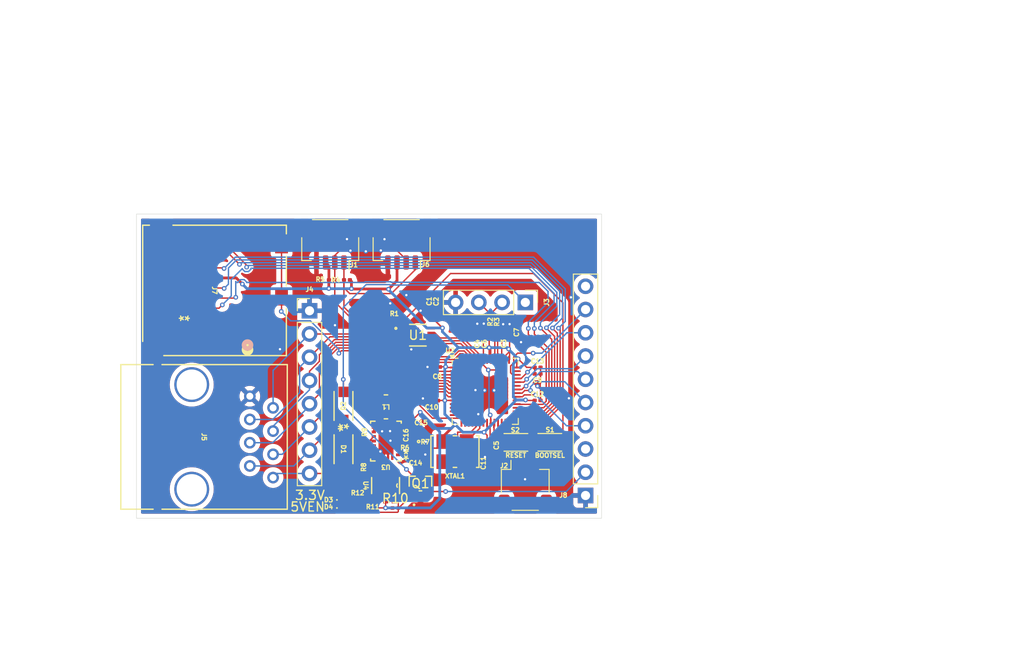
<source format=kicad_pcb>
(kicad_pcb (version 20240108) (generator "pcbnew") (generator_version "8.0")
  (layers (0 "F.Cu" signal) (31 "B.Cu" signal) (34 "B.Paste" user) (35 "F.Paste" user) (36 "B.SilkS" user "B.Silkscreen") (37 "F.SilkS" user "F.Silkscreen") (38 "B.Mask" user) (39 "F.Mask" user) (44 "Edge.Cuts" user))
  (net 0 "")
  (net 1 "+3.3V")
  (net 2 "GND")
  (net 3 "+1V1")
  (net 4 "Net-(U3-VINA)")
  (net 5 "/InputVoltage")
  (net 6 "/BrownSolid")
  (net 7 "VBUS")
  (net 8 "/SDA")
  (net 9 "/SCL")
  (net 10 "/SWDIO")
  (net 11 "/SWCLK")
  (net 12 "/D-")
  (net 13 "/D+")
  (net 14 "/OrangeSolid")
  (net 15 "/BlueSolid")
  (net 16 "/BrownStripe")
  (net 17 "/BlueStripe")
  (net 18 "/GreenStripe")
  (net 19 "/GreenSolid")
  (net 20 "/SPI1_CSn")
  (net 21 "/SPI1_RX_MISO")
  (net 24 "/CLK_gpio")
  (net 25 "/D0_gpio")
  (net 26 "/CMD_gpio")
  (net 27 "/CD_gpio")
  (net 28 "/D2_gpio")
  (net 29 "/D1_gpio")
  (net 30 "/D3_gpio")
  (net 31 "Net-(L1-Pad1)")
  (net 32 "Net-(L1-Pad2)")
  (net 33 "/QSPI_SS")
  (net 34 "Net-(R1-Pad1)")
  (net 35 "Net-(U3-FB)")
  (net 36 "Net-(U3-PS{slash}SYNC)")
  (net 37 "Net-(U3-EN)")
  (net 38 "/RUN")
  (net 39 "/QSPI_SD1")
  (net 40 "/QSPI_SD0")
  (net 41 "/QSPI_SD2")
  (net 42 "/QSPI_SCLK")
  (net 43 "/QSPI_SD3")
  (net 44 "/XIN")
  (net 48 "/SPI1_SCK")
  (net 53 "/SPI1_TX_MOSI")
  (net 57 "/+")
  (net 58 "/-")
  (net 59 "/Data_Command")
  (net 60 "/RESET")
  (net 61 "/OCS")
  (net 63 "Net-(J8-Pin_2)")
  (net 64 "/5V_EN")
  (net 65 "Net-(D3-A)")
  (net 66 "Net-(D4-A)")
  (footprint "Resistor_SMD:R_0201_0603Metric" (layer "F.Cu") (at 139.3 88.74)
    (property "Reference" "R5")
    (property "Value" "4.7k")
  )
  (footprint "Resistor_SMD:R_0201_0603Metric" (layer "F.Cu") (at 157.316 94.52 -90)
    (property "Reference" "R3")
    (property "Value" "27 50mW 1%")
  )
  (footprint "Capacitor_SMD:C_0201_0603Metric" (layer "F.Cu") (at 150.59 101.93 180)
    (property "Reference" "C10")
    (property "Value" "100n 6.3V 10%")
  )
  (footprint "microSD:MEM2061-01-188-00-A_GCT" (layer "F.Cu") (at 126.4804 89.884999 -90)
    (property "Reference" "J7")
    (property "Value" "Micro_SD_Card")
  )
  (footprint "MBR120V:SDO_SOD-123FL_ONS" (layer "F.Cu") (at 140.5713 107.2387 -90)
    (property "Reference" "D1")
    (property "Value" "MBR120VLSFT1G")
  )
  (footprint "Resistor_SMD:R_0201_0603Metric" (layer "F.Cu") (at 142.116 112.776 180)
    (property "Reference" "R12")
    (property "Value" "10k")
  )
  (footprint "JST-SH:JST_SH_SM04B-SRSS-TB_1x04-1MP_P1.00mm_Horizontal" (layer "F.Cu") (at 146.92 84.84 180)
    (property "Reference" "J6")
    (property "Value" "I2C Passthrough")
  )
  (footprint "Capacitor_SMD:C_0201_0603Metric" (layer "F.Cu") (at 150.81 98.25 180)
    (property "Reference" "C8")
    (property "Value" "100n 6.3V 10%")
  )
  (footprint "Capacitor_SMD:C_0201_0603Metric" (layer "F.Cu") (at 161.78 99.01)
    (property "Reference" "C9")
    (property "Value" "100n 6.3V 10%")
  )
  (footprint "Capacitor_SMD:C_0201_0603Metric" (layer "F.Cu") (at 158.018 94.52 90)
    (property "Reference" "C3")
    (property "Value" "1uF")
  )
  (footprint "Resistor_SMD:R_0201_0603Metric" (layer "F.Cu") (at 148.45 107.12 180)
    (property "Reference" "R6")
    (property "Value" "560K 50mW 1%")
  )
  (footprint "SIT1602:SON4_SIT1602-3_SIT" (layer "F.Cu") (at 152.75 107.5)
    (property "Reference" "XTAL1")
    (property "Value" "SIT1602BC-33-33E-12.000000T")
  )
  (footprint "Resistor_SMD:R_0201_0603Metric" (layer "F.Cu") (at 146.24 113.66)
    (property "Reference" "R10")
    (property "Value" "10k")
  )
  (footprint "Connector_PinHeader_2.54mm:PinHeader_1x08_P2.54mm_Vertical" (layer "F.Cu") (at 136.86 92.11)
    (property "Reference" "J4")
    (property "Value" "Console")
  )
  (footprint "Capacitor_SMD:C_0201_0603Metric" (layer "F.Cu") (at 156.59 106.83 -90)
    (property "Reference" "C5")
    (property "Value" "100n 6.3V 10%")
  )
  (footprint "EVP_BB2A9B000:SW_EVP-BB2A9B000" (layer "F.Cu") (at 163.115 106.485)
    (property "Reference" "S1")
    (property "Value" "BOOTSEL")
  )
  (footprint "LED_SMD:LED_0201_0603Metric" (layer "F.Cu") (at 140.716 113.66)
    (property "Reference" "D4")
    (property "Value" "LED_Small")
  )
  (footprint "Resistor_SMD:R_0201_0603Metric" (layer "F.Cu") (at 146.13 93.2 180)
    (property "Reference" "R1")
    (property "Value" "1K 50mW 1%")
  )
  (footprint "TPS3702CX50:DDC0006A_N" (layer "F.Cu") (at 145.17 111.21 -90)
    (property "Reference" "U4")
    (property "Value" "TPS3702CX50DDCR")
  )
  (footprint "Capacitor_SMD:C_0201_0603Metric" (layer "F.Cu") (at 150.65 92.28 90)
    (property "Reference" "C2")
    (property "Value" "100n 6.3V 10%")
  )
  (footprint "Capacitor_SMD:C_0201_0603Metric" (layer "F.Cu") (at 158.72 94.52 90)
    (property "Reference" "C7")
    (property "Value" "1uF")
  )
  (footprint "JST-SH:JST_SH_SM04B-SRSS-TB_1x04-1MP_P1.00mm_Horizontal" (layer "F.Cu") (at 139.12 84.84 180)
    (property "Reference" "J1")
    (property "Value" "I2C Slave")
  )
  (footprint "JST-SH:JST_SH_SM03B-SRSS-TB_1x03-1MP_P1.00mm_Horizontal" (layer "F.Cu") (at 160.43 111.23)
    (property "Reference" "J2")
    (property "Value" "DEBUG")
  )
  (footprint "Resistor_SMD:R_0201_0603Metric" (layer "F.Cu") (at 140.95 88.74)
    (property "Reference" "R4")
    (property "Value" "4.7k")
  )
  (footprint "Capacitor_SMD:C_0201_0603Metric" (layer "F.Cu") (at 148.45 107.82)
    (property "Reference" "C14")
    (property "Value" "100n 6.3V 10%")
  )
  (footprint "RT6154A:QFN_4AGQW_RIT" (layer "F.Cu") (at 145.21 106.35 180)
    (property "Reference" "U3")
    (property "Value" "RT6154AGQW")
  )
  (footprint "Capacitor_SMD:C_0201_0603Metric" (layer "F.Cu") (at 155.21 94.52 90)
    (property "Reference" "C4")
    (property "Value" "100n 6.3V 10%")
  )
  (footprint "SBC846BW:SOT-323-3_2P2X1P35_ONS" (layer "F.Cu") (at 148.98 110.9879)
    (property "Reference" "Q1")
    (property "Value" "SBC846BWT1G")
  )
  (footprint "Connector_PinHeader_2.54mm:PinHeader_1x04_P2.54mm_Vertical" (layer "F.Cu") (at 160.44 91.2 -90)
    (property "Reference" "J3")
    (property "Value" "USB Programming")
  )
  (footprint "Package_DFN_QFN:QFN-56-1EP_7x7mm_P0.4mm_EP3.2x3.2mm" (layer "F.Cu") (at 156.06 100.91)
    (property "Reference" "U2")
    (property "Value" "RP2040")
  )
  (footprint "Resistor_SMD:R_0201_0603Metric" (layer "F.Cu") (at 142.8 108.015 -90)
    (property "Reference" "R8")
    (property "Value" "100K 50mW 1%")
  )
  (footprint "W25Q16:USON-8_UX_2x3x0p6_WIN" (layer "F.Cu") (at 148.7 94.78)
    (property "Reference" "U1")
    (property "Value" "W25Q16JV")
  )
  (footprint "Resistor_SMD:R_0201_0603Metric" (layer "F.Cu") (at 142.81 106.61 90)
    (property "Reference" "R9")
    (property "Value" "100K 50mW 1%")
  )
  (footprint "MBR120V:SDO_SOD-123FL_ONS" (layer "F.Cu") (at 140.57 102.51 90)
    (property "Reference" "D2")
    (property "Value" "MBR120VLSFT1G")
  )
  (footprint "RJ-45:CONN8_2-908LF_AMP" (layer "F.Cu") (at 130.3387 101.4477 -90)
    (property "Reference" "J5")
    (property "Value" "RJ-45")
  )
  (footprint "SRN2512:IND_SRN2512_BRN" (layer "F.Cu") (at 145.21 102.61 180)
    (property "Reference" "L1")
    (property "Value" "1uH")
  )
  (footprint "Capacitor_SMD:C_0201_0603Metric" (layer "F.Cu") (at 155.89 106.83 -90)
    (property "Reference" "C11")
    (property "Value" "100n 6.3V 10%")
  )
  (footprint "Capacitor_SMD:C_0201_0603Metric" (layer "F.Cu") (at 161.78 101.91)
    (property "Reference" "C12")
    (property "Value" "100n 6.3V 10%")
  )
  (footprint "Resistor_SMD:R_0201_0603Metric" (layer "F.Cu") (at 148.45 106.42)
    (property "Reference" "R7")
    (property "Value" "100K 50mW 1%")
  )
  (footprint "Capacitor_SMD:C_0201_0603Metric" (layer "F.Cu") (at 155.912 94.52 90)
    (property "Reference" "C6")
    (property "Value" "100n 6.3V 10%")
  )
  (footprint "Capacitor_SMD:C_0201_0603Metric" (layer "F.Cu") (at 148.45 105.72)
    (property "Reference" "C16")
    (property "Value" "47u 6.3V 20%")
  )
  (footprint "Resistor_SMD:R_0201_0603Metric" (layer "F.Cu") (at 156.614 94.52 -90)
    (property "Reference" "R2")
    (property "Value" "27 50mW 1%")
  )
  (footprint "Connector_PinHeader_2.54mm:PinHeader_1x10_P2.54mm_Vertical" (layer "F.Cu") (at 167.02 112.295 180)
    (property "Reference" "J8")
    (property "Value" "Conn_01x10")
  )
  (footprint "Capacitor_SMD:C_0201_0603Metric" (layer "F.Cu") (at 161.78 98.3)
    (property "Reference" "C13")
    (property "Value" "100n 6.3V 10%")
  )
  (footprint "Resistor_SMD:R_0201_0603Metric" (layer "F.Cu") (at 142.116 113.66 180)
    (property "Reference" "R11")
    (property "Value" "10k")
  )
  (footprint "EVP_BB2A9B000:SW_EVP-BB2A9B000" (layer "F.Cu") (at 159.41 106.49 180)
    (property "Reference" "S2")
    (property "Value" "RESET")
  )
  (footprint "Capacitor_SMD:C_0201_0603Metric" (layer "F.Cu") (at 149.94 92.27 90)
    (property "Reference" "C1")
    (property "Value" "2.2u 6.3v 20%")
  )
  (footprint "Capacitor_SMD:C_0201_0603Metric" (layer "F.Cu") (at 148.45 105.02)
    (property "Reference" "C15")
    (property "Value" "47u 6.3V 20%")
  )
  (footprint "LED_SMD:LED_0201_0603Metric" (layer "F.Cu") (at 140.716 112.776)
    (property "Reference" "D3")
    (property "Value" "LED_Small")
  )
  (gr_rect (start 117.95 81.54) (end 168.77 114.784) (stroke (width 0.05)) (fill none) (layer "Edge.Cuts"))
  (segment (start 159.5075 98.3) (end 159.4975 98.31) (width 0.1524) (layer "F.Cu") (net 1))
  (segment (start 141.47 89.73) (end 141.44 89.7) (width 0.3) (layer "F.Cu") (net 1))
  (segment (start 156.49 95.418) (end 156.49 96.14) (width 0.1524) (layer "F.Cu") (net 1))
  (segment (start 141.44 89.7) (end 141.44 88.91) (width 0.3) (layer "F.Cu") (net 1))
  (segment (start 156.49 96.14) (end 156.66 96.31) (width 0.1524) (layer "F.Cu") (net 1))
  (segment (start 141.44 88.91) (end 141.27 88.74) (width 0.3) (layer "F.Cu") (net 1))
  (segment (start 156.49 97.2425) (end 156.26 97.4725) (width 0.1524) (layer "F.Cu") (net 1))
  (segment (start 156.49 96.14) (end 156.49 97.2425) (width 0.1524) (layer "F.Cu") (net 1))
  (segment (start 138.98 87.21) (end 138.62 86.85) (width 0.3) (layer "F.Cu") (net 1))
  (segment (start 151.48 105.83) (end 151.48 106.4) (width 0.3) (layer "F.Cu") (net 1))
  (segment (start 158.72 96.19) (end 158.62 96.29) (width 0.1524) (layer "F.Cu") (net 1))
  (segment (start 160.406 101.91) (end 159.4975 101.91) (width 0.1524) (layer "F.Cu") (net 1))
  (segment (start 155.89 106.51) (end 156.26 106.14) (width 0.1524) (layer "F.Cu") (net 1))
  (segment (start 158.72 96.39) (end 158.72 96.56) (width 0.1524) (layer "F.Cu") (net 1))
  (segment (start 160.514 101.91) (end 161.46 101.91) (width 0.1524) (layer "F.Cu") (net 1))
  (segment (start 159.655 97.365) (end 160.59 98.3) (width 0.1524) (layer "F.Cu") (net 1))
  (segment (start 129.52 89.19) (end 128.854999 88.524999) (width 0.3) (layer "F.Cu") (net 1))
  (segment (start 145.17 112.3784) (end 145.17 113.65) (width 0.1524) (layer "F.Cu") (net 1))
  (segment (start 142.436 112.776) (end 143.31 113.65) (width 0.1524) (layer "F.Cu") (net 1))
  (segment (start 158.26 97.02) (end 158.72 96.56) (width 0.1524) (layer "F.Cu") (net 1))
  (segment (start 155.912 94.84) (end 156.49 95.418) (width 0.1524) (layer "F.Cu") (net 1))
  (segment (start 151.38 93.99) (end 150.65 93.26) (width 0.1524) (layer "F.Cu") (net 1))
  (segment (start 145.469209 89.73) (end 141.47 89.73) (width 0.3) (layer "F.Cu") (net 1))
  (segment (start 151.64 101.91) (end 150.93 101.91) (width 0.1524) (layer "F.Cu") (net 1))
  (segment (start 151.727563 98.231494) (end 151.148506 98.231494) (width 0.1524) (layer "F.Cu") (net 1))
  (segment (start 151.806069 98.31) (end 152.6225 98.31) (width 0.1524) (layer "F.Cu") (net 1))
  (segment (start 150.76 107.12) (end 151.48 106.4) (width 0.1524) (layer "F.Cu") (net 1))
  (segment (start 128.854999 88.524999) (end 123.051999 88.524999) (width 0.3) (layer "F.Cu") (net 1))
  (segment (start 160.46 101.856) (end 160.514 101.91) (width 0.1524) (layer "F.Cu") (net 1))
  (segment (start 151.727563 98.260163) (end 151.727563 98.231494) (width 0.1524) (layer "F.Cu") (net 1))
  (segment (start 150.65 93.26) (end 150.65 92.6) (width 0.1524) (layer "F.Cu") (net 1))
  (segment (start 149.98 92.59) (end 149.94 92.59) (width 0.1524) (layer "F.Cu") (net 1))
  (segment (start 146.42 88.820555) (end 146.42 86.84) (width 0.3) (layer "F.Cu") (net 1))
  (segment (start 158.72 94.84) (end 158.72 96.19) (width 0.1524) (layer "F.Cu") (net 1))
  (segment (start 148.77 107.12) (end 150.76 107.12) (width 0.1524) (layer "F.Cu") (net 1))
  (segment (start 156.26 106.14) (end 156.26 105.71) (width 0.1524) (layer "F.Cu") (net 1))
  (segment (start 138.97 88.75) (end 138.98 88.74) (width 0.3) (layer "F.Cu") (net 1))
  (segment (start 143.31 113.65) (end 145.17 113.65) (width 0.1524) (layer "F.Cu") (net 1))
  (segment (start 147.25 106.35) (end 146.535001 106.35) (width 0.1524) (layer "F.Cu") (net 1))
  (segment (start 145.92 113.66) (end 145.18 113.66) (width 0.1524) (layer "F.Cu") (net 1))
  (segment (start 158.26 97.4725) (end 158.26 97.02) (width 0.1524) (layer "F.Cu") (net 1))
  (segment (start 138.97 89.68) (end 138.97 88.75) (width 0.3) (layer "F.Cu") (net 1))
  (segment (start 145.489882 89.750673) (end 145.469209 89.73) (width 0.3) (layer "F.Cu") (net 1))
  (segment (start 158.72 96.56) (end 158.72 97.4125) (width 0.1524) (layer "F.Cu") (net 1))
  (segment (start 148.13 104.03) (end 148.13 105.71) (width 0.1524) (layer "F.Cu") (net 1))
  (segment (start 145.18 113.66) (end 145.17 113.65) (width 0.1524) (layer "F.Cu") (net 1))
  (segment (start 156.26 105.05) (end 156.26 104.3475) (width 0.1524) (layer "F.Cu") (net 1))
  (segment (start 151.38 93.99) (end 149.98 92.59) (width 0.1524) (layer "F.Cu") (net 1))
  (segment (start 160.46 101.856) (end 160.406 101.91) (width 0.1524) (layer "F.Cu") (net 1))
  (segment (start 151.38 93.99) (end 150.187799 93.99) (width 0.1524) (layer "F.Cu") (net 1))
  (segment (start 150.187799 93.99) (end 150.1478 94.029999) (width 0.1524) (layer "F.Cu") (net 1))
  (segment (start 151.7974 98.33) (end 151.727563 98.260163) (width 0.1524) (layer "F.Cu") (net 1))
  (segment (start 152.77 104.54) (end 151.48 105.83) (width 0.3) (layer "F.Cu") (net 1))
  (segment (start 161.46 99.01) (end 161.46 98.3) (width 0.1524) (layer "F.Cu") (net 1))
  (segment (start 150.93 101.91) (end 150.91 101.93) (width 0.1524) (layer "F.Cu") (net 1))
  (segment (start 151.727563 98.231494) (end 151.806069 98.31) (width 0.1524) (layer "F.Cu") (net 1))
  (segment (start 151.148506 98.231494) (end 151.13 98.25) (width 0.1524) (layer "F.Cu") (net 1))
  (segment (start 155.93 105.38) (end 156.26 105.05) (width 0.1524) (layer "F.Cu") (net 1))
  (segment (start 147.300126 105.849874) (end 146.535001 105.849874) (width 0.1524) (layer "F.Cu") (net 1))
  (segment (start 148.13 105.02) (end 147.300126 105.849874) (width 0.1524) (layer "F.Cu") (net 1))
  (segment (start 145.489882 89.750673) (end 146.42 88.820555) (width 0.3) (layer "F.Cu") (net 1))
  (segment (start 160.59 98.3) (end 161.46 98.3) (width 0.1524) (layer "F.Cu") (net 1))
  (segment (start 158.72 97.4125) (end 158.66 97.4725) (width 0.1524) (layer "F.Cu") (net 1))
  (segment (start 159.655 97.365) (end 159.5075 97.5125) (width 0.1524) (layer "F.Cu") (net 1))
  (segment (start 148.13 105.72) (end 147.88 105.72) (width 0.1524) (layer "F.Cu") (net 1))
  (segment (start 147.88 105.72) (end 147.25 106.35) (width 0.1524) (layer "F.Cu") (net 1))
  (segment (start 148.96 103.2) (end 148.13 104.03) (width 0.1524) (layer "F.Cu") (net 1))
  (segment (start 156.66 96.31) (end 156.66 97.4725) (width 0.1524) (layer "F.Cu") (net 1))
  (segment (start 151.64 101.91) (end 152.6225 101.91) (width 0.1524) (layer "F.Cu") (net 1))
  (segment (start 156.26 105.71) (end 155.93 105.38) (width 0.1524) (layer "F.Cu") (net 1))
  (segment (start 138.98 88.74) (end 138.98 87.21) (width 0.3) (layer "F.Cu") (net 1))
  (segment (start 158.62 96.29) (end 158.72 96.39) (width 0.1524) (layer "F.Cu") (net 1))
  (segment (start 159.5075 97.5125) (end 159.5075 98.3) (width 0.1524) (layer "F.Cu") (net 1))
  (via (at 151.64 101.91) (size 0.508) (drill 0.254) (layers "F.Cu" "B.Cu") (net 1))
  (via (at 145.17 113.65) (size 0.508) (drill 0.254) (layers "F.Cu" "B.Cu") (net 1))
  (via (at 141.44 89.7) (size 0.508) (drill 0.254) (layers "F.Cu" "B.Cu") (net 1))
  (via (at 155.93 105.38) (size 0.508) (drill 0.254) (layers "F.Cu" "B.Cu") (net 1))
  (via (at 160.46 101.856) (size 0.508) (drill 0.254) (layers "F.Cu" "B.Cu") (net 1))
  (via (at 152.77 104.54) (size 0.508) (drill 0.254) (layers "F.Cu" "B.Cu") (net 1))
  (via (at 148.96 103.2) (size 0.508) (drill 0.254) (layers "F.Cu" "B.Cu") (net 1))
  (via (at 151.38 93.99) (size 0.508) (drill 0.254) (layers "F.Cu" "B.Cu") (net 1))
  (via (at 138.97 89.68) (size 0.508) (drill 0.254) (layers "F.Cu" "B.Cu") (net 1))
  (via (at 156.49 96.14) (size 0.508) (drill 0.254) (layers "F.Cu" "B.Cu") (net 1))
  (via (at 159.655 97.365) (size 0.508) (drill 0.254) (layers "F.Cu" "B.Cu") (net 1))
  (via (at 151.727563 98.231494) (size 0.508) (drill 0.254) (layers "F.Cu" "B.Cu") (net 1))
  (via (at 129.52 89.19) (size 0.508) (drill 0.254) (layers "F.Cu" "B.Cu") (net 1))
  (via (at 145.489882 89.750673) (size 0.508) (drill 0.254) (layers "F.Cu" "B.Cu") (net 1))
  (via (at 158.62 96.29) (size 0.508) (drill 0.254) (layers "F.Cu" "B.Cu") (net 1))
  (segment (start 159.13 101.53) (end 159.13 97.89) (width 0.3) (layer "B.Cu") (net 1))
  (segment (start 160.46 101.856) (end 159.454 101.856) (width 0.3) (layer "B.Cu") (net 1))
  (segment (start 150.07 113.65) (end 151.09 112.63) (width 0.3) (layer "B.Cu") (net 1))
  (segment (start 151.09 105.33) (end 148.96 103.2) (width 0.3) (layer "B.Cu") (net 1))
  (segment (start 158.62 96.29) (end 158.62 96.33) (width 0.1524) (layer "B.Cu") (net 1))
  (segment (start 153.61 105.38) (end 155.93 105.38) (width 0.3) (layer "B.Cu") (net 1))
  (segment (start 148.96 103.2) (end 148.96 103.546869) (width 0.3) (layer "B.Cu") (net 1))
  (segment (start 152.344 104.966) (end 152.77 104.54) (width 0.3) (layer "B.Cu") (net 1))
  (segment (start 159.454 101.856) (end 155.93 105.38) (width 0.3) (layer "B.Cu") (net 1))
  (segment (start 145.489882 89.750673) (end 145.489882 89.809882) (width 0.3) (layer "B.Cu") (net 1))
  (segment (start 138.97 89.68) (end 138.95 89.7) (width 0.3) (layer "B.Cu") (net 1))
  (segment (start 141.44 89.7) (end 138.99 89.7) (width 0.3) (layer "B.Cu") (net 1))
  (segment (start 151.09 112.63) (end 151.09 105.33) (width 0.3) (layer "B.Cu") (net 1))
  (segment (start 151.38 94.4) (end 153.12 96.14) (width 0.3) (layer "B.Cu") (net 1))
  (segment (start 145.17 113.65) (end 150.07 113.65) (width 0.3) (layer "B.Cu") (net 1))
  (segment (start 138.95 89.7) (end 130.03 89.7) (width 0.3) (layer "B.Cu") (net 1))
  (segment (start 148.96 103.546869) (end 150.379131 104.966) (width 0.3) (layer "B.Cu") (net 1))
  (segment (start 151.727563 98.231494) (end 151.64 98.319057) (width 0.3) (layer "B.Cu") (net 1))
  (segment (start 151.64 101.91) (end 151.64 103.41) (width 0.3) (layer "B.Cu") (net 1))
  (segment (start 158.62 96.33) (end 159.655 97.365) (width 0.3) (layer "B.Cu") (net 1))
  (segment (start 149.67 93.99) (end 151.42 93.99) (width 0.3) (layer "B.Cu") (net 1))
  (segment (start 156.49 96.14) (end 158.47 96.14) (width 0.3) (layer "B.Cu") (net 1))
  (segment (start 160.46 101.856) (end 159.456 101.856) (width 0.3) (layer "B.Cu") (net 1))
  (segment (start 159.456 101.856) (end 159.13 101.53) (width 0.3) (layer "B.Cu") (net 1))
  (segment (start 130.03 89.7) (end 129.52 89.19) (width 0.3) (layer "B.Cu") (net 1))
  (segment (start 138.99 89.7) (end 138.97 89.68) (width 0.3) (layer "B.Cu") (net 1))
  (segment (start 151.42 93.99) (end 151.38 93.99) (width 0.3) (layer "B.Cu") (net 1))
  (segment (start 151.727563 97.532437) (end 153.12 96.14) (width 0.3) (layer "B.Cu") (net 1))
  (segment (start 151.38 93.99) (end 151.38 94.4) (width 0.3) (layer "B.Cu") (net 1))
  (segment (start 159.13 97.89) (end 159.655 97.365) (width 0.3) (layer "B.Cu") (net 1))
  (segment (start 151.64 98.319057) (end 151.64 101.91) (width 0.3) (layer "B.Cu") (net 1))
  (segment (start 150.379131 104.966) (end 152.344 104.966) (width 0.3) (layer "B.Cu") (net 1))
  (segment (start 153.12 96.14) (end 156.49 96.14) (width 0.3) (layer "B.Cu") (net 1))
  (segment (start 145.489882 89.809882) (end 149.67 93.99) (width 0.3) (layer "B.Cu") (net 1))
  (segment (start 151.727563 98.231494) (end 151.727563 97.532437) (width 0.3) (layer "B.Cu") (net 1))
  (segment (start 151.64 103.41) (end 153.61 105.38) (width 0.3) (layer "B.Cu") (net 1))
  (segment (start 158.47 96.14) (end 158.62 96.29) (width 0.3) (layer "B.Cu") (net 1))
  (segment (start 155.06 104.3475) (end 155.06 103.65) (width 0.1524) (layer "F.Cu") (net 2))
  (segment (start 155.89 107.15) (end 155.47 107.15) (width 0.3) (layer "F.Cu") (net 2))
  (segment (start 143.100992 108.635992) (end 144.675992 108.635992) (width 0.1524) (layer "F.Cu") (net 2))
  (segment (start 155.89 107.95) (end 156.03 108.09) (width 0.3) (layer "F.Cu") (net 2))
  (segment (start 162.1 99.01) (end 162.1 100.01) (width 0.1524) (layer "F.Cu") (net 2))
  (segment (start 147.742799 95.530001) (end 147.2522 95.530001) (width 0.1524) (layer "F.Cu") (net 2))
  (segment (start 146.535001 107.350252) (end 147.227148 107.350252) (width 0.1524) (layer "F.Cu") (net 2))
  (segment (start 155.06 104.785) (end 154.4736 105.3714) (width 0.1524) (layer "F.Cu") (net 2))
  (segment (start 155.06 104.3475) (end 155.06 104.785) (width 0.1524) (layer "F.Cu") (net 2))
  (segment (start 155.47 107.15) (end 154.02 108.6) (width 0.3) (layer "F.Cu") (net 2))
  (segment (start 158.018 94.2) (end 158.72 94.2) (width 0.3) (layer "F.Cu") (net 2))
  (segment (start 162.1 100.01) (end 161.77 100.34) (width 0.1524) (layer "F.Cu") (net 2))
  (segment (start 158.018 93.582) (end 158.02 93.58) (width 0.1524) (layer "F.Cu") (net 2))
  (segment (start 155.912 93.532) (end 155.9 93.52) (width 0.1524) (layer "F.Cu") (net 2))
  (segment (start 148.77 106.42) (end 148.77 105.02) (width 0.1524) (layer "F.Cu") (net 2))
  (segment (start 155.06 103.65) (end 155.3 103.41) (width 0.1524) (layer "F.Cu") (net 2))
  (segment (start 147.2522 95.530001) (end 147.2522 95.6022) (width 0.1524) (layer "F.Cu") (net 2))
  (segment (start 156.03 108.09) (end 156.03 107.71) (width 0.3) (layer "F.Cu") (net 2))
  (segment (start 162.1 98.3) (end 162.1 99.01) (width 0.1524) (layer "F.Cu") (net 2))
  (segment (start 156.03 108.09) (end 155.65 108.09) (width 0.3) (layer "F.Cu") (net 2))
  (segment (start 155.912 94.2) (end 155.912 93.532) (width 0.1524) (layer "F.Cu") (net 2))
  (segment (start 150.49 98.25) (end 149.75 98.25) (width 0.1524) (layer "F.Cu") (net 2))
  (segment (start 160.43 110.5) (end 160.41 110.52) (width 0.1524) (layer "F.Cu") (net 2))
  (segment (start 153.0414 107.6214) (end 154.02 108.6) (width 0.1524) (layer "F.Cu") (net 2))
  (segment (start 160.43 109.23) (end 160.43 110.5) (width 0.1524) (layer "F.Cu") (net 2))
  (segment (start 144.675992 108.635992) (end 145.17 109.13) (width 0.1524) (layer "F.Cu") (net 2))
  (segment (start 155.89 107.15) (end 156.59 107.15) (width 0.3) (layer "F.Cu") (net 2))
  (segment (start 148.77 106.42) (end 149.57 106.42) (width 0.1524) (layer "F.Cu") (net 2))
  (segment (start 158.018 94.2) (end 158.018 93.582) (width 0.1524) (layer "F.Cu") (net 2))
  (segment (start 145.17 109.13) (end 145.17 110.0416) (width 0.1524) (layer "F.Cu") (net 2))
  (segment (start 153.0414 105.3714) (end 153.0414 107.6214) (width 0.1524) (layer "F.Cu") (net 2))
  (segment (start 142.8 108.335) (end 143.100992 108.635992) (width 0.1524) (layer "F.Cu") (net 2))
  (segment (start 145.17 110.0416) (end 145.17 110.5496) (width 0.1524) (layer "F.Cu") (net 2))
  (segment (start 144.219999 111.499601) (end 144.219999 112.3784) (width 0.1524) (layer "F.Cu") (net 2))
  (segment (start 147.8872 93.2128) (end 147.8872 95.3856) (width 0.1524) (layer "F.Cu") (net 2))
  (segment (start 154.4736 105.3714) (end 153.0414 105.3714) (width 0.1524) (layer "F.Cu") (net 2))
  (segment (start 147.2522 95.6022) (end 147.98 96.33) (width 0.1524) (layer "F.Cu") (net 2))
  (segment (start 147.8872 95.3856) (end 147.742799 95.530001) (width 0.1524) (layer "F.Cu") (net 2))
  (segment (start 162.1 100.67) (end 162.1 101.91) (width 0.1524) (layer "F.Cu") (net 2))
  (segment (start 147.227148 107.350252) (end 147.24 107.3374) (width 0.1524) (layer "F.Cu") (net 2))
  (segment (start 156.03 107.71) (end 156.59 107.15) (width 0.3) (layer "F.Cu") (net 2))
  (segment (start 148.77 107.82) (end 149.51 107.82) (width 0.1524) (layer "F.Cu") (net 2))
  (segment (start 155.89 107.15) (end 155.89 107.95) (width 0.3) (layer "F.Cu") (net 2))
  (segment (start 161.77 100.34) (end 162.1 100.67) (width 0.1524) (layer "F.Cu") (net 2))
  (segment (start 155.65 108.09) (end 155.14 108.6) (width 0.3) (layer "F.Cu") (net 2))
  (segment (start 155.14 108.6) (end 154.02 108.6) (width 0.3) (layer "F.Cu") (net 2))
  (segment (start 145.17 110.5496) (end 144.219999 111.499601) (width 0.1524) (layer "F.Cu") (net 2))
  (segment (start 149 92.1) (end 147.8872 93.2128) (width 0.1524) (layer "F.Cu") (net 2))
  (segment (start 150.64 91.95) (end 150.65 91.96) (width 0.1524) (layer "F.Cu") (net 2))
  (segment (start 149.94 91.95) (end 150.64 91.95) (width 0.1524) (layer "F.Cu") (net 2))
  (via (at 143.01 85.62) (size 0.508) (drill 0.254) (layers "F.Cu" "B.Cu") (net 2))
  (via (at 155.99 100.81) (size 0.508) (drill 0.254) (layers "F.Cu" "B.Cu") (net 2))
  (via (at 144.79 105.28) (size 0.508) (drill 0.254) (layers "F.Cu" "B.Cu") (net 2))
  (via (at 149 92.1) (size 0.508) (drill 0.254) (layers "F.Cu" "B.Cu") (net 2))
  (via (at 145.05 84.29) (size 0.508) (drill 0.254) (layers "F.Cu" "B.Cu") (net 2))
  (via (at 160.41 110.52) (size 0.508) (drill 0.254) (layers "F.Cu" "B.Cu") (net 2))
  (via (at 147.24 107.3374) (size 0.508) (drill 0.254) (layers "F.Cu" "B.Cu") (net 2))
  (via (at 149.25 101.69) (size 0.508) (drill 0.254) (layers "F.Cu" "B.Cu") (net 2))
  (via (at 145.7 106.31) (size 0.508) (drill 0.254) (layers "F.Cu" "B.Cu") (net 2))
  (via (at 155.3 103.41) (size 0.508) (drill 0.254) (layers "F.Cu" "B.Cu") (net 2))
  (via (at 158.72 93.57) (size 0.508) (drill 0.254) (layers "F.Cu" "B.Cu") (net 2))
  (via (at 161.77 100.34) (size 0.508) (drill 0.254) (layers "F.Cu" "B.Cu") (net 2))
  (via (at 155.19 93.53) (size 0.508) (drill 0.254) (layers "F.Cu" "B.Cu") (net 2))
  (via (at 149.51 107.82) (size 0.508) (drill 0.254) (layers "F.Cu" "B.Cu") (net 2))
  (via (at 141.33 85.54) (size 0.508) (drill 0.254) (layers "F.Cu" "B.Cu") (net 2))
  (via (at 133.63 96.31) (size 0.508) (drill 0.254) (layers "F.Cu" "B.Cu") (net 2))
  (via (at 158.02 93.58) (size 0.508) (drill 0.254) (layers "F.Cu" "B.Cu") (net 2))
  (via (at 145.68 91.3) (size 0.508) (drill 0.254) (layers "F.Cu" "B.Cu") (net 2))
  (via (at 140.95 84.28) (size 0.508) (drill 0.254) (layers "F.Cu" "B.Cu") (net 2))
  (via (at 149.75 98.25) (size 0.508) (drill 0.254) (layers "F.Cu" "B.Cu") (net 2))
  (via (at 144.6 107.49) (size 0.508) (drill 0.254) (layers "F.Cu" "B.Cu") (net 2))
  (via (at 154.99 100.78) (size 0.508) (drill 0.254) (layers "F.Cu" "B.Cu") (net 2))
  (via (at 155.9 93.52) (size 0.508) (drill 0.254) (layers "F.Cu" "B.Cu") (net 2))
  (via (at 159.97 95.54) (size 0.508) (drill 0.254) (layers "F.Cu" "B.Cu") (net 2))
  (via (at 165.2 101.67) (size 0.508) (drill 0.254) (layers "F.Cu" "B.Cu") (net 2))
  (via (at 156.03 108.09) (size 0.508) (drill 0.254) (layers "F.Cu" "B.Cu") (net 2))
  (via (at 147.44 90.4) (size 0.508) (drill 0.254) (layers "F.Cu" "B.Cu") (net 2))
  (via (at 145.66 105.26) (size 0.508) (drill 0.254) (layers "F.Cu" "B.Cu") (net 2))
  (via (at 157.04 100.81) (size 0.508) (drill 0.254) (layers "F.Cu" "B.Cu") (net 2))
  (via (at 147.98 96.33) (size 0.508) (drill 0.254) (layers "F.Cu" "B.Cu") (net 2))
  (via (at 144.65 85.52) (size 0.508) (drill 0.254) (layers "F.Cu" "B.Cu") (net 2))
  (via (at 149.57 106.42) (size 0.508) (drill 0.254) (layers "F.Cu" "B.Cu") (net 2))
  (via (at 139.64 93.69) (size 0.508) (drill 0.254) (layers "F.Cu" "B.Cu") (net 2))
  (via (at 165.43 90.64) (size 0.508) (drill 0.254) (layers "F.Cu" "B.Cu") (net 2))
  (segment (start 163.1 101.67) (end 161.77 100.34) (width 0.1524) (layer "B.Cu") (net 2))
  (segment (start 165.2 101.67) (end 163.1 101.67) (width 0.1524) (layer "B.Cu") (net 2))
  (segment (start 156.39 98.58) (end 157.185386 98.58) (width 0.1524) (layer "F.Cu") (net 3))
  (segment (start 157.86 97.905386) (end 157.86 97.4725) (width 0.1524) (layer "F.Cu") (net 3))
  (segment (start 157.185386 98.58) (end 157.86 97.905386) (width 0.1524) (layer "F.Cu") (net 3))
  (segment (start 158.018 94.84) (end 157.86 94.998) (width 0.1524) (layer "F.Cu") (net 3))
  (segment (start 156.66 103.56) (end 156.6 103.5) (width 0.1524) (layer "F.Cu") (net 3))
  (segment (start 156.59 104.4175) (end 156.66 104.3475) (width 0.1524) (layer "F.Cu") (net 3))
  (segment (start 155.86 95.49) (end 155.86 97.4725) (width 0.1524) (layer "F.Cu") (net 3))
  (segment (start 157.86 94.998) (end 157.86 97.4725) (width 0.1524) (layer "F.Cu") (net 3))
  (segment (start 156.39 98.58) (end 155.86 98.05) (width 0.1524) (layer "F.Cu") (net 3))
  (segment (start 156.66 104.3475) (end 156.66 103.56) (width 0.1524) (layer "F.Cu") (net 3))
  (segment (start 155.21 94.84) (end 155.86 95.49) (width 0.1524) (layer "F.Cu") (net 3))
  (segment (start 156.59 106.51) (end 156.59 104.4175) (width 0.1524) (layer "F.Cu") (net 3))
  (segment (start 155.86 98.05) (end 155.86 97.4725) (width 0.1524) (layer "F.Cu") (net 3))
  (via (at 156.39 98.58) (size 0.508) (drill 0.254) (layers "F.Cu" "B.Cu") (net 3))
  (via (at 156.6 103.5) (size 0.508) (drill 0.254) (layers "F.Cu" "B.Cu") (net 3))
  (segment (start 156.4726 103.3726) (end 156.4726 98.6626) (width 0.1524) (layer "B.Cu") (net 3))
  (segment (start 156.4726 98.6626) (end 156.39 98.58) (width 0.1524) (layer "B.Cu") (net 3))
  (segment (start 156.6 103.5) (end 156.4726 103.3726) (width 0.1524) (layer "B.Cu") (net 3))
  (segment (start 146.565379 107.82) (end 146.535001 107.850378) (width 0.1524) (layer "F.Cu") (net 4))
  (segment (start 148.13 107.82) (end 146.565379 107.82) (width 0.1524) (layer "F.Cu") (net 4))
  (segment (start 142.81 106.29) (end 143.444873 106.29) (width 0.1524) (layer "F.Cu") (net 5))
  (segment (start 144.219999 110.0416) (end 143.788199 110.0416) (width 0.1524) (layer "F.Cu") (net 5))
  (segment (start 140.5713 105.702) (end 141.69 105.702) (width 0.1524) (layer "F.Cu") (net 5))
  (segment (start 141.69 105.702) (end 142.222 105.702) (width 0.1524) (layer "F.Cu") (net 5))
  (segment (start 143.824999 106.29) (end 143.884999 106.35) (width 0.1524) (layer "F.Cu") (net 5))
  (segment (start 143.444873 106.29) (end 143.884999 105.849874) (width 0.1524) (layer "F.Cu") (net 5))
  (segment (start 142.222 105.702) (end 142.81 106.29) (width 0.1524) (layer "F.Cu") (net 5))
  (segment (start 143.788199 110.0416) (end 141.69 107.943401) (width 0.1524) (layer "F.Cu") (net 5))
  (segment (start 140.57 105.7007) (end 140.5713 105.702) (width 0.1524) (layer "F.Cu") (net 5))
  (segment (start 140.57 104.0467) (end 140.57 105.7007) (width 0.1524) (layer "F.Cu") (net 5))
  (segment (start 141.69 107.943401) (end 141.69 105.702) (width 0.1524) (layer "F.Cu") (net 5))
  (segment (start 142.81 106.29) (end 143.824999 106.29) (width 0.1524) (layer "F.Cu") (net 5))
  (segment (start 136.86 109.89) (end 139.4567 109.89) (width 0.1524) (layer "F.Cu") (net 6))
  (segment (start 139.4567 109.89) (end 140.5713 108.7754) (width 0.1524) (layer "F.Cu") (net 6))
  (segment (start 136.86 109.89) (end 133.3264 109.89) (width 0.1524) (layer "B.Cu") (net 6))
  (segment (start 133.3264 109.89) (end 132.8787 110.3377) (width 0.1524) (layer "B.Cu") (net 6))
  (segment (start 140.57 99.63) (end 140.55 99.61) (width 0.1524) (layer "F.Cu") (net 7))
  (segment (start 140.57 100.9733) (end 140.57 99.63) (width 0.1524) (layer "F.Cu") (net 7))
  (segment (start 147.45 109.44) (end 148.0073 109.9973) (width 0.1524) (layer "F.Cu") (net 7))
  (segment (start 148.0073 109.9973) (end 148.98 109.9973) (width 0.1524) (layer "F.Cu") (net 7))
  (via (at 147.45 109.44) (size 0.508) (drill 0.254) (layers "F.Cu" "B.Cu") (net 7))
  (via (at 140.55 99.61) (size 0.508) (drill 0.254) (layers "F.Cu" "B.Cu") (net 7))
  (segment (start 140.55 91.75) (end 143.0526 89.2474) (width 0.1524) (layer "B.Cu") (net 7))
  (segment (start 145.6625 89.3) (end 158.54 89.3) (width 0.1524) (layer "B.Cu") (net 7))
  (segment (start 140.55 99.61) (end 140.55 91.75) (width 0.1524) (layer "B.Cu") (net 7))
  (segment (start 158.54 89.3) (end 160.44 91.2) (width 0.1524) (layer "B.Cu") (net 7))
  (segment (start 145.6099 89.2474) (end 145.6625 89.3) (width 0.1524) (layer "B.Cu") (net 7))
  (segment (start 140.55 99.61) (end 140.55 102.54) (width 0.1524) (layer "B.Cu") (net 7))
  (segment (start 143.0526 89.2474) (end 145.6099 89.2474) (width 0.1524) (layer "B.Cu") (net 7))
  (segment (start 140.55 102.54) (end 147.45 109.44) (width 0.1524) (layer "B.Cu") (net 7))
  (segment (start 148.42 87.614999) (end 145.801726 90.233273) (width 0.1524) (layer "F.Cu") (net 8))
  (segment (start 145.801726 90.233273) (end 141.253273 90.233273) (width 0.1524) (layer "F.Cu") (net 8))
  (segment (start 152.6225 98.71) (end 152.5999 98.7326) (width 0.1524) (layer "F.Cu") (net 8))
  (segment (start 141.253273 90.233273) (end 140.62 89.6) (width 0.1524) (layer "F.Cu") (net 8))
  (segment (start 148.42 86.84) (end 148.42 87.614999) (width 0.1524) (layer "F.Cu") (net 8))
  (segment (start 146.965852 98.0548) (end 140.62 91.708948) (width 0.1524) (layer "F.Cu") (net 8))
  (segment (start 152.5999 98.7326) (end 149.5501 98.7326) (width 0.1524) (layer "F.Cu") (net 8))
  (segment (start 148.8723 98.0548) (end 146.965852 98.0548) (width 0.1524) (layer "F.Cu") (net 8))
  (segment (start 149.5501 98.7326) (end 148.8723 98.0548) (width 0.1524) (layer "F.Cu") (net 8))
  (segment (start 140.62 89.03) (end 140.62 86.85) (width 0.1524) (layer "F.Cu") (net 8))
  (segment (start 140.62 89.6) (end 140.62 89.03) (width 0.1524) (layer "F.Cu") (net 8))
  (segment (start 140.62 91.708948) (end 140.62 89.03) (width 0.1524) (layer "F.Cu") (net 8))
  (segment (start 146.8396 98.3596) (end 139.62 91.14) (width 0.1524) (layer "F.Cu") (net 9))
  (segment (start 139.62 86.075001) (end 140.725001 84.97) (width 0.1524) (layer "F.Cu") (net 9))
  (segment (start 139.62 91.14) (end 139.62 86.075001) (width 0.1524) (layer "F.Cu") (net 9))
  (segment (start 149.496448 99.11) (end 148.746048 98.3596) (width 0.1524) (layer "F.Cu") (net 9))
  (segment (start 145.864578 84.97) (end 147.42 86.525422) (width 0.1524) (layer "F.Cu") (net 9))
  (segment (start 147.42 86.525422) (end 147.42 86.84) (width 0.1524) (layer "F.Cu") (net 9))
  (segment (start 152.6225 99.11) (end 149.496448 99.11) (width 0.1524) (layer "F.Cu") (net 9))
  (segment (start 148.746048 98.3596) (end 146.8396 98.3596) (width 0.1524) (layer "F.Cu") (net 9))
  (segment (start 140.725001 84.97) (end 145.864578 84.97) (width 0.1524) (layer "F.Cu") (net 9))
  (segment (start 157.46 104.3475) (end 157.46 107.198948) (width 0.1524) (layer "F.Cu") (net 10))
  (segment (start 157.46 107.198948) (end 157.811052 107.55) (width 0.1524) (layer "F.Cu") (net 10))
  (segment (start 160.064578 107.55) (end 161.43 108.915422) (width 0.1524) (layer "F.Cu") (net 10))
  (segment (start 161.43 108.915422) (end 161.43 109.23) (width 0.1524) (layer "F.Cu") (net 10))
  (segment (start 157.811052 107.55) (end 160.064578 107.55) (width 0.1524) (layer "F.Cu") (net 10))
  (segment (start 156.9886 104.851786) (end 157.0186 104.881786) (width 0.1524) (layer "F.Cu") (net 11))
  (segment (start 157.0186 107.730704) (end 158.517896 109.23) (width 0.1524) (layer "F.Cu") (net 11))
  (segment (start 158.517896 109.23) (end 159.43 109.23) (width 0.1524) (layer "F.Cu") (net 11))
  (segment (start 156.9886 104.4189) (end 156.9886 104.851786) (width 0.1524) (layer "F.Cu") (net 11))
  (segment (start 157.0186 104.881786) (end 157.0186 107.730704) (width 0.1524) (layer "F.Cu") (net 11))
  (segment (start 157.06 104.3475) (end 156.9886 104.4189) (width 0.1524) (layer "F.Cu") (net 11))
  (segment (start 156.782401 93.666401) (end 157.316 94.2) (width 0.1524) (layer "F.Cu") (net 12))
  (segment (start 157.9 91.2) (end 156.782401 92.317599) (width 0.1524) (layer "F.Cu") (net 12))
  (segment (start 156.782401 92.317599) (end 156.782401 93.666401) (width 0.1524) (layer "F.Cu") (net 12))
  (segment (start 156.477599 92.317599) (end 156.477599 93.792652) (width 0.1524) (layer "F.Cu") (net 13))
  (segment (start 156.477599 93.792652) (end 156.614 93.929053) (width 0.1524) (layer "F.Cu") (net 13))
  (segment (start 156.614 93.929053) (end 156.614 94.2) (width 0.1524) (layer "F.Cu") (net 13))
  (segment (start 155.36 91.2) (end 156.477599 92.317599) (width 0.1524) (layer "F.Cu") (net 13))
  (segment (start 142.698948 94.65) (end 146.713348 98.6644) (width 0.1524) (layer "F.Cu") (net 14))
  (segment (start 149.393996 99.4386) (end 152.5511 99.4386) (width 0.1524) (layer "F.Cu") (net 14))
  (segment (start 152.5511 99.4386) (end 152.6225 99.51) (width 0.1524) (layer "F.Cu") (net 14))
  (segment (start 136.86 94.65) (end 142.698948 94.65) (width 0.1524) (layer "F.Cu") (net 14))
  (segment (start 148.619796 98.6644) (end 149.393996 99.4386) (width 0.1524) (layer "F.Cu") (net 14))
  (segment (start 146.713348 98.6644) (end 148.619796 98.6644) (width 0.1524) (layer "F.Cu") (net 14))
  (segment (start 132.8787 98.6313) (end 132.8787 102.7177) (width 0.1524) (layer "B.Cu") (net 14))
  (segment (start 136.86 94.65) (end 132.8787 98.6313) (width 0.1524) (layer "B.Cu") (net 14))
  (segment (start 137.9386 97.636771) (end 137.9386 96.9114) (width 0.1524) (layer "F.Cu") (net 15))
  (segment (start 142.446444 95.2596) (end 146.460844 99.274) (width 0.1524) (layer "F.Cu") (net 15))
  (segment (start 136.86 99.73) (end 136.86 98.715371) (width 0.1524) (layer "F.Cu") (net 15))
  (segment (start 149.141492 100.0482) (end 151.867148 100.0482) (width 0.1524) (layer "F.Cu") (net 15))
  (segment (start 136.86 98.715371) (end 137.9386 97.636771) (width 0.1524) (layer "F.Cu") (net 15))
  (segment (start 151.867148 100.0482) (end 152.128948 100.31) (width 0.1524) (layer "F.Cu") (net 15))
  (segment (start 146.460844 99.274) (end 148.367292 99.274) (width 0.1524) (layer "F.Cu") (net 15))
  (segment (start 148.367292 99.274) (end 149.141492 100.0482) (width 0.1524) (layer "F.Cu") (net 15))
  (segment (start 137.9386 96.9114) (end 139.5904 95.2596) (width 0.1524) (layer "F.Cu") (net 15))
  (segment (start 152.128948 100.31) (end 152.6225 100.31) (width 0.1524) (layer "F.Cu") (net 15))
  (segment (start 139.5904 95.2596) (end 142.446444 95.2596) (width 0.1524) (layer "F.Cu") (net 15))
  (segment (start 136.86 99.73) (end 136.86 100.744629) (width 0.1524) (layer "B.Cu") (net 15))
  (segment (start 136.86 100.744629) (end 132.8787 104.725929) (width 0.1524) (layer "B.Cu") (net 15))
  (segment (start 132.8787 104.725929) (end 132.8787 105.2577) (width 0.1524) (layer "B.Cu") (net 15))
  (segment (start 136.86 107.35) (end 138.75 105.46) (width 0.1524) (layer "F.Cu") (net 16))
  (segment (start 152.035792 101.51) (end 152.6225 101.51) (width 0.1524) (layer "F.Cu") (net 16))
  (segment (start 139.969156 96.174) (end 142.067688 96.174) (width 0.1524) (layer "F.Cu") (net 16))
  (segment (start 147.988536 100.1884) (end 148.762736 100.9626) (width 0.1524) (layer "F.Cu") (net 16))
  (segment (start 151.488392 100.9626) (end 152.035792 101.51) (width 0.1524) (layer "F.Cu") (net 16))
  (segment (start 142.067688 96.174) (end 146.082088 100.1884) (width 0.1524) (layer "F.Cu") (net 16))
  (segment (start 146.082088 100.1884) (end 147.988536 100.1884) (width 0.1524) (layer "F.Cu") (net 16))
  (segment (start 138.75 105.46) (end 138.75 98.118527) (width 0.1524) (layer "F.Cu") (net 16))
  (segment (start 138.75 98.118527) (end 138.853 98.015527) (width 0.1524) (layer "F.Cu") (net 16))
  (segment (start 138.853 97.290156) (end 139.969156 96.174) (width 0.1524) (layer "F.Cu") (net 16))
  (segment (start 148.762736 100.9626) (end 151.488392 100.9626) (width 0.1524) (layer "F.Cu") (net 16))
  (segment (start 138.853 98.015527) (end 138.853 97.290156) (width 0.1524) (layer "F.Cu") (net 16))
  (segment (start 135.1423 109.0677) (end 130.3387 109.0677) (width 0.1524) (layer "B.Cu") (net 16))
  (segment (start 136.86 107.35) (end 135.1423 109.0677) (width 0.1524) (layer "B.Cu") (net 16))
  (segment (start 137.9386 101.1914) (end 137.9386 98.067823) (width 0.1524) (layer "F.Cu") (net 17))
  (segment (start 137.9386 98.067823) (end 138.2434 97.763023) (width 0.1524) (layer "F.Cu") (net 17))
  (segment (start 151.740896 100.353) (end 152.097896 100.71) (width 0.1524) (layer "F.Cu") (net 17))
  (segment (start 138.2434 97.763023) (end 138.2434 97.037652) (width 0.1524) (layer "F.Cu") (net 17))
  (segment (start 142.320192 95.5644) (end 146.334592 99.5788) (width 0.1524) (layer "F.Cu") (net 17))
  (segment (start 148.24104 99.5788) (end 149.01524 100.353) (width 0.1524) (layer "F.Cu") (net 17))
  (segment (start 136.86 102.27) (end 137.9386 101.1914) (width 0.1524) (layer "F.Cu") (net 17))
  (segment (start 139.716652 95.5644) (end 142.320192 95.5644) (width 0.1524) (layer "F.Cu") (net 17))
  (segment (start 152.097896 100.71) (end 152.6225 100.71) (width 0.1524) (layer "F.Cu") (net 17))
  (segment (start 149.01524 100.353) (end 151.740896 100.353) (width 0.1524) (layer "F.Cu") (net 17))
  (segment (start 146.334592 99.5788) (end 148.24104 99.5788) (width 0.1524) (layer "F.Cu") (net 17))
  (segment (start 138.2434 97.037652) (end 139.716652 95.5644) (width 0.1524) (layer "F.Cu") (net 17))
  (segment (start 136.86 102.497715) (end 132.830015 106.5277) (width 0.1524) (layer "B.Cu") (net 17))
  (segment (start 132.830015 106.5277) (end 130.3387 106.5277) (width 0.1524) (layer "B.Cu") (net 17))
  (segment (start 136.86 102.27) (end 136.86 102.497715) (width 0.1524) (layer "B.Cu") (net 17))
  (segment (start 146.587096 98.9692) (end 148.493544 98.9692) (width 0.1524) (layer "F.Cu") (net 18))
  (segment (start 136.86 97.19) (end 139.0952 94.9548) (width 0.1524) (layer "F.Cu") (net 18))
  (segment (start 149.267744 99.7434) (end 151.9934 99.7434) (width 0.1524) (layer "F.Cu") (net 18))
  (segment (start 151.9934 99.7434) (end 152.16 99.91) (width 0.1524) (layer "F.Cu") (net 18))
  (segment (start 152.16 99.91) (end 152.6225 99.91) (width 0.1524) (layer "F.Cu") (net 18))
  (segment (start 142.572696 94.9548) (end 146.587096 98.9692) (width 0.1524) (layer "F.Cu") (net 18))
  (segment (start 148.493544 98.9692) (end 149.267744 99.7434) (width 0.1524) (layer "F.Cu") (net 18))
  (segment (start 139.0952 94.9548) (end 142.572696 94.9548) (width 0.1524) (layer "F.Cu") (net 18))
  (segment (start 135.7814 98.2686) (end 135.7814 101.0486) (width 0.1524) (layer "B.Cu") (net 18))
  (segment (start 136.86 97.19) (end 135.7814 98.2686) (width 0.1524) (layer "B.Cu") (net 18))
  (segment (start 135.7814 101.0486) (end 132.8423 103.9877) (width 0.1524) (layer "B.Cu") (net 18))
  (segment (start 132.8423 103.9877) (end 130.3387 103.9877) (width 0.1524) (layer "B.Cu") (net 18))
  (segment (start 152.066844 101.11) (end 152.6225 101.11) (width 0.1524) (layer "F.Cu") (net 19))
  (segment (start 138.31 103.36) (end 138.31 98.127475) (width 0.1524) (layer "F.Cu") (net 19))
  (segment (start 138.31 98.127475) (end 138.5482 97.889275) (width 0.1524) (layer "F.Cu") (net 19))
  (segment (start 151.614644 100.6578) (end 152.066844 101.11) (width 0.1524) (layer "F.Cu") (net 19))
  (segment (start 138.5482 97.163904) (end 139.842904 95.8692) (width 0.1524) (layer "F.Cu") (net 19))
  (segment (start 136.86 104.81) (end 138.31 103.36) (width 0.1524) (layer "F.Cu") (net 19))
  (segment (start 139.842904 95.8692) (end 142.19394 95.8692) (width 0.1524) (layer "F.Cu") (net 19))
  (segment (start 148.888988 100.6578) (end 151.614644 100.6578) (width 0.1524) (layer "F.Cu") (net 19))
  (segment (start 142.19394 95.8692) (end 146.20834 99.8836) (width 0.1524) (layer "F.Cu") (net 19))
  (segment (start 138.5482 97.889275) (end 138.5482 97.163904) (width 0.1524) (layer "F.Cu") (net 19))
  (segment (start 146.20834 99.8836) (end 148.114788 99.8836) (width 0.1524) (layer "F.Cu") (net 19))
  (segment (start 148.114788 99.8836) (end 148.888988 100.6578) (width 0.1524) (layer "F.Cu") (net 19))
  (segment (start 133.8723 107.7977) (end 132.8787 107.7977) (width 0.1524) (layer "B.Cu") (net 19))
  (segment (start 136.86 104.81) (end 133.8723 107.7977) (width 0.1524) (layer "B.Cu") (net 19))
  (segment (start 159.4975 99.11) (end 159.06 99.11) (width 0.1524) (layer "F.Cu") (net 21))
  (segment (start 158.8314 98.143214) (end 159.1724 97.802214) (width 0.1524) (layer "F.Cu") (net 21))
  (segment (start 159.1724 97.802214) (end 159.1724 97.1651) (width 0.1524) (layer "F.Cu") (net 21))
  (segment (start 158.8314 98.8814) (end 158.8314 98.143214) (width 0.1524) (layer "F.Cu") (net 21))
  (segment (start 159.06 99.11) (end 158.8314 98.8814) (width 0.1524) (layer "F.Cu") (net 21))
  (segment (start 159.1724 97.1651) (end 159.5975 96.74) (width 0.1524) (layer "F.Cu") (net 21))
  (segment (start 159.5975 96.74) (end 161.29 96.74) (width 0.1524) (layer "F.Cu") (net 21))
  (via (at 161.29 96.74) (size 0.508) (drill 0.254) (layers "F.Cu" "B.Cu") (net 21))
  (segment (start 161.29 96.74) (end 162.255 96.74) (width 0.1524) (layer "B.Cu") (net 21))
  (segment (start 162.255 96.74) (end 167.02 91.975) (width 0.1524) (layer "B.Cu") (net 21))
  (segment (start 158.26 104.785) (end 158.26 104.3475) (width 0.1524) (layer "F.Cu") (net 24))
  (segment (start 164.244 102.618742) (end 161.812742 105.05) (width 0.1524) (layer "F.Cu") (net 24))
  (segment (start 127.52 87.49) (end 127.454999 87.424999) (width 0.1524) (layer "F.Cu") (net 24))
  (segment (start 161.812742 105.05) (end 158.525 105.05) (width 0.1524) (layer "F.Cu") (net 24))
  (segment (start 127.454999 87.424999) (end 123.251999 87.424999) (width 0.1524) (layer "F.Cu") (net 24))
  (segment (start 164.0662 94.01) (end 164.244 94.1878) (width 0.1524) (layer "F.Cu") (net 24))
  (segment (start 164.244 94.1878) (end 164.244 102.618742) (width 0.1524) (layer "F.Cu") (net 24))
  (segment (start 158.525 105.05) (end 158.26 104.785) (width 0.1524) (layer "F.Cu") (net 24))
  (via (at 164.0662 94.01) (size 0.508) (drill 0.254) (layers "F.Cu" "B.Cu") (net 24))
  (via (at 127.52 87.49) (size 0.508) (drill 0.254) (layers "F.Cu" "B.Cu") (net 24))
  (segment (start 161.337438 86.2504) (end 128.7596 86.2504) (width 0.1524) (layer "B.Cu") (net 24))
  (segment (start 164.0662 94.01) (end 164.798317 93.277883) (width 0.1524) (layer "B.Cu") (net 24))
  (segment (start 164.798317 89.711279) (end 161.337438 86.2504) (width 0.1524) (layer "B.Cu") (net 24))
  (segment (start 128.7596 86.2504) (end 127.52 87.49) (width 0.1524) (layer "B.Cu") (net 24))
  (segment (start 164.798317 93.277883) (end 164.798317 89.711279) (width 0.1524) (layer "B.Cu") (net 24))
  (segment (start 162.745889 93.974111) (end 162.745889 94.016538) (width 0.1524) (layer "F.Cu") (net 25))
  (segment (start 162.490638 103.51) (end 159.4975 103.51) (width 0.1524) (layer "F.Cu") (net 25))
  (segment (start 163.6344 94.905049) (end 163.6344 102.366238) (width 0.1524) (layer "F.Cu") (net 25))
  (segment (start 163.6344 102.366238) (end 162.490638 103.51) (width 0.1524) (layer "F.Cu") (net 25))
  (segment (start 162.745889 94.016538) (end 163.6344 94.905049) (width 0.1524) (layer "F.Cu") (net 25))
  (segment (start 129.206776 87.0378) (end 127.393974 85.224998) (width 0.1524) (layer "F.Cu") (net 25))
  (segment (start 127.393974 85.224998) (end 123.251999 85.224998) (width 0.1524) (layer "F.Cu") (net 25))
  (via (at 162.745889 93.974111) (size 0.508) (drill 0.254) (layers "F.Cu" "B.Cu") (net 25))
  (via (at 129.206776 87.0378) (size 0.508) (drill 0.254) (layers "F.Cu" "B.Cu") (net 25))
  (segment (start 129.384576 86.86) (end 129.206776 87.0378) (width 0.1524) (layer "B.Cu") (net 25))
  (segment (start 163.208463 93.511537) (end 164.188717 92.531283) (width 0.1524) (layer "B.Cu") (net 25))
  (segment (start 164.188717 92.531283) (end 164.188717 89.963783) (width 0.1524) (layer "B.Cu") (net 25))
  (segment (start 161.084934 86.86) (end 129.384576 86.86) (width 0.1524) (layer "B.Cu") (net 25))
  (segment (start 164.188717 89.963783) (end 161.084934 86.86) (width 0.1524) (layer "B.Cu") (net 25))
  (segment (start 162.745889 93.974111) (end 162.923388 93.796612) (width 0.1524) (layer "B.Cu") (net 25))
  (segment (start 162.923388 93.794237) (end 163.206088 93.511537) (width 0.1524) (layer "B.Cu") (net 25))
  (segment (start 163.206088 93.511537) (end 163.208463 93.511537) (width 0.1524) (layer "B.Cu") (net 25))
  (segment (start 162.923388 93.796612) (end 162.923388 93.794237) (width 0.1524) (layer "B.Cu") (net 25))
  (segment (start 127.53 89.67) (end 127.485 89.625) (width 0.1524) (layer "F.Cu") (net 26))
  (segment (start 163.405988 93.994137) (end 163.405988 94.032288) (width 0.1524) (layer "F.Cu") (net 26))
  (segment (start 127.485 89.625) (end 123.251999 89.625) (width 0.1524) (layer "F.Cu") (net 26))
  (segment (start 163.9392 94.5655) (end 163.9392 102.49249) (width 0.1524) (layer "F.Cu") (net 26))
  (segment (start 162.08419 104.3475) (end 158.66 104.3475) (width 0.1524) (layer "F.Cu") (net 26))
  (segment (start 163.9392 102.49249) (end 162.08419 104.3475) (width 0.1524) (layer "F.Cu") (net 26))
  (segment (start 163.405988 94.032288) (end 163.9392 94.5655) (width 0.1524) (layer "F.Cu") (net 26))
  (via (at 127.53 89.67) (size 0.508) (drill 0.254) (layers "F.Cu" "B.Cu") (net 26))
  (via (at 163.405988 93.994137) (size 0.508) (drill 0.254) (layers "F.Cu" "B.Cu") (net 26))
  (segment (start 163.5836 93.816525) (end 163.5836 93.8101) (width 0.1524) (layer "B.Cu") (net 26))
  (segment (start 163.8663 93.5274) (end 163.872725 93.5274) (width 0.1524) (layer "B.Cu") (net 26))
  (segment (start 163.405988 93.994137) (end 163.5836 93.816525) (width 0.1524) (layer "B.Cu") (net 26))
  (segment (start 163.5836 93.8101) (end 163.8663 93.5274) (width 0.1524) (layer "B.Cu") (net 26))
  (segment (start 164.493517 92.906608) (end 164.493517 89.837531) (width 0.1524) (layer "B.Cu") (net 26))
  (segment (start 163.872725 93.5274) (end 164.493517 92.906608) (width 0.1524) (layer "B.Cu") (net 26))
  (segment (start 161.211186 86.5552) (end 128.885852 86.5552) (width 0.1524) (layer "B.Cu") (net 26))
  (segment (start 128.0026 89.1974) (end 127.53 89.67) (width 0.1524) (layer "B.Cu") (net 26))
  (segment (start 128.885852 86.5552) (end 128.0026 87.438452) (width 0.1524) (layer "B.Cu") (net 26))
  (segment (start 164.493517 89.837531) (end 161.211186 86.5552) (width 0.1524) (layer "B.Cu") (net 26))
  (segment (start 128.0026 87.438452) (end 128.0026 89.1974) (width 0.1524) (layer "B.Cu") (net 26))
  (segment (start 154.31 103.56) (end 154.66 103.91) (width 0.1524) (layer "F.Cu") (net 27))
  (segment (start 146.9357 100.4932) (end 150.2925 103.85) (width 0.1524) (layer "F.Cu") (net 27))
  (segment (start 153.405386 103.56) (end 154.31 103.56) (width 0.1524) (layer "F.Cu") (net 27))
  (segment (start 133.77 92.18) (end 133.802001 92.147999) (width 0.1524) (layer "F.Cu") (net 27))
  (segment (start 141.941436 96.4788) (end 145.955836 100.4932) (width 0.1524) (layer "F.Cu") (net 27))
  (segment (start 133.802001 92.147999) (end 133.802001 90.635) (width 0.1524) (layer "F.Cu") (net 27))
  (segment (start 153.115386 103.85) (end 153.405386 103.56) (width 0.1524) (layer "F.Cu") (net 27))
  (segment (start 140.346855 96.4788) (end 141.941436 96.4788) (width 0.1524) (layer "F.Cu") (net 27))
  (segment (start 140.0674 96.758255) (end 140.346855 96.4788) (width 0.1524) (layer "F.Cu") (net 27))
  (segment (start 145.955836 100.4932) (end 146.9357 100.4932) (width 0.1524) (layer "F.Cu") (net 27))
  (segment (start 150.2925 103.85) (end 153.115386 103.85) (width 0.1524) (layer "F.Cu") (net 27))
  (segment (start 133.802001 90.635) (end 133.802001 84.934999) (width 0.1524) (layer "F.Cu") (net 27))
  (segment (start 154.66 103.91) (end 154.66 104.3475) (width 0.1524) (layer "F.Cu") (net 27))
  (via (at 133.77 92.18) (size 0.508) (drill 0.254) (layers "F.Cu" "B.Cu") (net 27))
  (via (at 140.0674 96.758255) (size 0.508) (drill 0.254) (layers "F.Cu" "B.Cu") (net 27))
  (segment (start 136.945371 93.21) (end 134.8 93.21) (width 0.1524) (layer "B.Cu") (net 27))
  (segment (start 140.0674 96.332029) (end 136.945371 93.21) (width 0.1524) (layer "B.Cu") (net 27))
  (segment (start 134.8 93.21) (end 133.77 92.18) (width 0.1524) (layer "B.Cu") (net 27))
  (segment (start 140.0674 96.758255) (end 140.0674 96.332029) (width 0.1524) (layer "B.Cu") (net 27))
  (segment (start 161.42732 94.046851) (end 161.42732 94.66482) (width 0.1524) (layer "F.Cu") (net 28))
  (segment (start 161.42732 94.66482) (end 163.0248 96.2623) (width 0.1524) (layer "F.Cu") (net 28))
  (segment (start 163.0248 102.113734) (end 162.428534 102.71) (width 0.1524) (layer "F.Cu") (net 28))
  (segment (start 162.428534 102.71) (end 159.4975 102.71) (width 0.1524) (layer "F.Cu") (net 28))
  (segment (start 127.33 91.47) (end 126.975 91.825) (width 0.1524) (layer "F.Cu") (net 28))
  (segment (start 126.975 91.825) (end 123.251999 91.825) (width 0.1524) (layer "F.Cu") (net 28))
  (segment (start 163.0248 96.2623) (end 163.0248 102.113734) (width 0.1524) (layer "F.Cu") (net 28))
  (via (at 161.42732 94.046851) (size 0.508) (drill 0.254) (layers "F.Cu" "B.Cu") (net 28))
  (via (at 127.33 91.47) (size 0.508) (drill 0.254) (layers "F.Cu" "B.Cu") (net 28))
  (segment (start 161.42732 93.37518) (end 163.579117 91.223383) (width 0.1524) (layer "B.Cu") (net 28))
  (segment (start 129.7901 87.8252) (end 129.5074 87.5425) (width 0.1524) (layer "B.Cu") (net 28))
  (segment (start 163.579117 91.223383) (end 163.579117 90.216287) (width 0.1524) (layer "B.Cu") (net 28))
  (segment (start 130.4726 87.4696) (end 130.4726 87.5425) (width 0.1524) (layer "B.Cu") (net 28))
  (segment (start 163.579117 90.216287) (end 160.83243 87.4696) (width 0.1524) (layer "B.Cu") (net 28))
  (segment (start 128.3074 88.7126) (end 128.3074 90.4926) (width 0.1524) (layer "B.Cu") (net 28))
  (segment (start 129.5074 87.5425) (end 129.5074 87.5126) (width 0.1524) (layer "B.Cu") (net 28))
  (segment (start 130.4726 87.5425) (end 130.1899 87.8252) (width 0.1524) (layer "B.Cu") (net 28))
  (segment (start 129.5074 87.5126) (end 128.3074 88.7126) (width 0.1524) (layer "B.Cu") (net 28))
  (segment (start 161.42732 94.046851) (end 161.42732 93.37518) (width 0.1524) (layer "B.Cu") (net 28))
  (segment (start 128.3074 90.4926) (end 127.33 91.47) (width 0.1524) (layer "B.Cu") (net 28))
  (segment (start 160.83243 87.4696) (end 130.4726 87.4696) (width 0.1524) (layer "B.Cu") (net 28))
  (segment (start 130.1899 87.8252) (end 129.7901 87.8252) (width 0.1524) (layer "B.Cu") (net 28))
  (segment (start 163.3296 102.239986) (end 162.459586 103.11) (width 0.1524) (layer "F.Cu") (net 29))
  (segment (start 162.459586 103.11) (end 159.4975 103.11) (width 0.1524) (layer "F.Cu") (net 29))
  (segment (start 163.3296 95.241842) (end 163.3296 102.239986) (width 0.1524) (layer "F.Cu") (net 29))
  (segment (start 129.99 87.138524) (end 126.976474 84.124998) (width 0.1524) (layer "F.Cu") (net 29))
  (segment (start 126.976474 84.124998) (end 123.251999 84.124998) (width 0.1524) (layer "F.Cu") (net 29))
  (segment (start 129.99 87.3426) (end 129.99 87.138524) (width 0.1524) (layer "F.Cu") (net 29))
  (segment (start 162.085925 93.998167) (end 163.3296 95.241842) (width 0.1524) (layer "F.Cu") (net 29))
  (via (at 129.99 87.3426) (size 0.508) (drill 0.254) (layers "F.Cu" "B.Cu") (net 29))
  (via (at 162.085925 93.998167) (size 0.508) (drill 0.254) (layers "F.Cu" "B.Cu") (net 29))
  (segment (start 130.1678 87.1648) (end 129.99 87.3426) (width 0.1524) (layer "B.Cu") (net 29))
  (segment (start 160.958682 87.1648) (end 130.1678 87.1648) (width 0.1524) (layer "B.Cu") (net 29))
  (segment (start 163.883917 90.090035) (end 160.958682 87.1648) (width 0.1524) (layer "B.Cu") (net 29))
  (segment (start 162.085925 93.399076) (end 163.883917 91.601084) (width 0.1524) (layer "B.Cu") (net 29))
  (segment (start 163.883917 91.601084) (end 163.883917 90.090035) (width 0.1524) (layer "B.Cu") (net 29))
  (segment (start 162.085925 93.998167) (end 162.085925 93.399076) (width 0.1524) (layer "B.Cu") (net 29))
  (segment (start 160.766976 94.686976) (end 162.72 96.64) (width 0.1524) (layer "F.Cu") (net 30))
  (segment (start 162.72 101.987482) (end 162.368882 102.3386) (width 0.1524) (layer "F.Cu") (net 30))
  (segment (start 162.368882 102.3386) (end 159.5261 102.3386) (width 0.1524) (layer "F.Cu") (net 30))
  (segment (start 160.766976 94.038106) (end 160.766976 94.686976) (width 0.1524) (layer "F.Cu") (net 30))
  (segment (start 128.715074 90.724926) (end 123.651998 90.724926) (width 0.1524) (layer "F.Cu") (net 30))
  (segment (start 128.8 90.64) (end 128.715074 90.724926) (width 0.1524) (layer "F.Cu") (net 30))
  (segment (start 159.5261 102.3386) (end 159.4975 102.31) (width 0.1524) (layer "F.Cu") (net 30))
  (segment (start 162.72 96.64) (end 162.72 101.987482) (width 0.1524) (layer "F.Cu") (net 30))
  (via (at 160.766976 94.038106) (size 0.508) (drill 0.254) (layers "F.Cu" "B.Cu") (net 30))
  (via (at 128.8 90.64) (size 0.508) (drill 0.254) (layers "F.Cu" "B.Cu") (net 30))
  (segment (start 158.666252 88.9952) (end 145.788752 88.9952) (width 0.1524) (layer "B.Cu") (net 30))
  (segment (start 128.9 89.02) (end 128.8 88.92) (width 0.1524) (layer "B.Cu") (net 30))
  (segment (start 129.7199 88.7074) (end 129.3201 88.7074) (width 0.1524) (layer "B.Cu") (net 30))
  (segment (start 158.691052 89.02) (end 158.666252 88.9952) (width 0.1524) (layer "B.Cu") (net 30))
  (segment (start 129.3201 88.7074) (end 129.0374 88.9901) (width 0.1524) (layer "B.Cu") (net 30))
  (segment (start 161.951778 89.02) (end 158.691052 89.02) (width 0.1524) (layer "B.Cu") (net 30))
  (segment (start 145.736152 88.9426) (end 142.926348 88.9426) (width 0.1524) (layer "B.Cu") (net 30))
  (segment (start 162.92 91.2) (end 162.92 89.988222) (width 0.1524) (layer "B.Cu") (net 30))
  (segment (start 129.0374 88.9901) (end 129.0374 89.02) (width 0.1524) (layer "B.Cu") (net 30))
  (segment (start 130.0026 88.9901) (end 129.7199 88.7074) (width 0.1524) (layer "B.Cu") (net 30))
  (segment (start 145.788752 88.9952) (end 145.736152 88.9426) (width 0.1524) (layer "B.Cu") (net 30))
  (segment (start 129.0374 89.02) (end 128.9 89.02) (width 0.1524) (layer "B.Cu") (net 30))
  (segment (start 130.0026 89.02) (end 130.0026 88.9901) (width 0.1524) (layer "B.Cu") (net 30))
  (segment (start 160.766976 93.353024) (end 162.92 91.2) (width 0.1524) (layer "B.Cu") (net 30))
  (segment (start 142.926348 88.9426) (end 142.848948 89.02) (width 0.1524) (layer "B.Cu") (net 30))
  (segment (start 128.8 88.92) (end 128.8 90.64) (width 0.1524) (layer "B.Cu") (net 30))
  (segment (start 160.766976 94.038106) (end 160.766976 93.353024) (width 0.1524) (layer "B.Cu") (net 30))
  (segment (start 162.92 89.988222) (end 161.951778 89.02) (width 0.1524) (layer "B.Cu") (net 30))
  (segment (start 142.848948 89.02) (end 130.0026 89.02) (width 0.1524) (layer "B.Cu") (net 30))
  (segment (start 146.535001 104.849622) (end 146.535001 102.836001) (width 0.1524) (layer "F.Cu") (net 31))
  (segment (start 146.535001 105.349748) (end 146.535001 104.849622) (width 0.1524) (layer "F.Cu") (net 31))
  (segment (start 146.535001 102.836001) (end 146.309 102.61) (width 0.1524) (layer "F.Cu") (net 31))
  (segment (start 143.884999 104.849622) (end 143.884999 102.836001) (width 0.1524) (layer "F.Cu") (net 32))
  (segment (start 143.884999 105.349748) (end 143.884999 104.849622) (width 0.1524) (layer "F.Cu") (net 32))
  (segment (start 143.884999 102.836001) (end 144.111 102.61) (width 0.1524) (layer "F.Cu") (net 32))
  (segment (start 145.49 93.74) (end 145.49 96.147896) (width 0.1524) (layer "F.Cu") (net 33))
  (segment (start 146.419999 94.029999) (end 147.2522 94.029999) (width 0.1524) (layer "F.Cu") (net 33))
  (segment (start 151.6949 97.75) (end 151.7001 97.7448) (width 0.1524) (layer "F.Cu") (net 33))
  (segment (start 152.1051 97.75) (end 153.1825 97.75) (width 0.1524) (layer "F.Cu") (net 33))
  (segment (start 145.81 93.2) (end 145.81 93.42) (width 0.1524) (layer "F.Cu") (net 33))
  (segment (start 145.49 96.147896) (end 147.092104 97.75) (width 0.1524) (layer "F.Cu") (net 33))
  (segment (start 145.81 93.42) (end 145.49 93.74) (width 0.1524) (layer "F.Cu") (net 33))
  (segment (start 145.81 93.42) (end 146.419999 94.029999) (width 0.1524) (layer "F.Cu") (net 33))
  (segment (start 147.092104 97.75) (end 151.6949 97.75) (width 0.1524) (layer "F.Cu") (net 33))
  (segment (start 151.7001 97.7448) (end 152.0999 97.7448) (width 0.1524) (layer "F.Cu") (net 33))
  (segment (start 153.1825 97.75) (end 153.46 97.4725) (width 0.1524) (layer "F.Cu") (net 33))
  (segment (start 152.0999 97.7448) (end 152.1051 97.75) (width 0.1524) (layer "F.Cu") (net 33))
  (segment (start 147.11 93.2) (end 152.2686 88.0414) (width 0.1524) (layer "F.Cu") (net 34))
  (segment (start 164.5488 106.0012) (end 164.44 106.11) (width 0.1524) (layer "F.Cu") (net 34))
  (segment (start 164.5488 91.2488) (end 164.5488 106.0012) (width 0.1524) (layer "F.Cu") (net 34))
  (segment (start 164.44 106.11) (end 164.44 106.86) (width 0.1524) (layer "F.Cu") (net 34))
  (segment (start 161.3414 88.0414) (end 164.5488 91.2488) (width 0.1524) (layer "F.Cu") (net 34))
  (segment (start 146.45 93.2) (end 147.11 93.2) (width 0.1524) (layer "F.Cu") (net 34))
  (segment (start 152.2686 88.0414) (end 161.3414 88.0414) (width 0.1524) (layer "F.Cu") (net 34))
  (segment (start 148.13 107.12) (end 148.03 107.12) (width 0.1524) (layer "F.Cu") (net 35))
  (segment (start 148.03 107.12) (end 147.760126 106.850126) (width 0.1524) (layer "F.Cu") (net 35))
  (segment (start 148.13 106.42) (end 148.13 107.12) (width 0.1524) (layer "F.Cu") (net 35))
  (segment (start 147.760126 106.850126) (end 146.535001 106.850126) (width 0.1524) (layer "F.Cu") (net 35))
  (segment (start 142.8 107.695) (end 143.144748 107.350252) (width 0.1524) (layer "F.Cu") (net 36))
  (segment (start 143.144748 107.350252) (end 143.884999 107.350252) (width 0.1524) (layer "F.Cu") (net 36))
  (segment (start 142.81 106.93) (end 143.805125 106.93) (width 0.1524) (layer "F.Cu") (net 37))
  (segment (start 143.805125 106.93) (end 143.884999 106.850126) (width 0.1524) (layer "F.Cu") (net 37))
  (segment (start 158.085 106.115) (end 158.085 106.055) (width 0.1524) (layer "F.Cu") (net 38))
  (segment (start 157.86 105.83) (end 157.86 104.3475) (width 0.1524) (layer "F.Cu") (net 38))
  (segment (start 158.085 106.865) (end 158.085 106.115) (width 0.1524) (layer "F.Cu") (net 38))
  (segment (start 158.085 106.055) (end 157.86 105.83) (width 0.1524) (layer "F.Cu") (net 38))
  (segment (start 152.654414 97.4452) (end 152.231352 97.4452) (width 0.1524) (layer "F.Cu") (net 39))
  (segment (start 152.226152 97.44) (end 151.573848 97.44) (width 0.1524) (layer "F.Cu") (net 39))
  (segment (start 153.626786 96.8064) (end 153.293214 96.8064) (width 0.1524) (layer "F.Cu") (net 39))
  (segment (start 153.293214 96.8064) (end 152.654414 97.4452) (width 0.1524) (layer "F.Cu") (net 39))
  (segment (start 145.7948 96.021644) (end 145.7948 95.0452) (width 0.1524) (layer "F.Cu") (net 39))
  (segment (start 146.31 94.53) (end 147.2522 94.53) (width 0.1524) (layer "F.Cu") (net 39))
  (segment (start 145.7948 95.0452) (end 146.31 94.53) (width 0.1524) (layer "F.Cu") (net 39))
  (segment (start 153.86 97.4725) (end 153.86 97.039614) (width 0.1524) (layer "F.Cu") (net 39))
  (segment (start 151.573848 97.44) (end 151.568648 97.4452) (width 0.1524) (layer "F.Cu") (net 39))
  (segment (start 147.218356 97.4452) (end 145.7948 96.021644) (width 0.1524) (layer "F.Cu") (net 39))
  (segment (start 153.86 97.039614) (end 153.626786 96.8064) (width 0.1524) (layer "F.Cu") (net 39))
  (segment (start 152.231352 97.4452) (end 152.226152 97.44) (width 0.1524) (layer "F.Cu") (net 39))
  (segment (start 151.568648 97.4452) (end 147.218356 97.4452) (width 0.1524) (layer "F.Cu") (net 39))
  (segment (start 150.1478 95.530001) (end 150.312999 95.6952) (width 0.1524) (layer "F.Cu") (net 40))
  (segment (start 154.66 96.97751) (end 154.66 97.4725) (width 0.1524) (layer "F.Cu") (net 40))
  (segment (start 150.312999 95.6952) (end 153.37769 95.6952) (width 0.1524) (layer "F.Cu") (net 40))
  (segment (start 153.37769 95.6952) (end 154.66 96.97751) (width 0.1524) (layer "F.Cu") (net 40))
  (segment (start 154.1886 96.968214) (end 154.1648 96.944414) (width 0.1524) (layer "F.Cu") (net 41))
  (segment (start 151.447596 97.1352) (end 151.442396 97.1404) (width 0.1524) (layer "F.Cu") (net 41))
  (segment (start 154.1648 96.944414) (end 154.1648 96.913362) (width 0.1524) (layer "F.Cu") (net 41))
  (segment (start 154.1648 96.913362) (end 153.753038 96.5016) (width 0.1524) (layer "F.Cu") (net 41))
  (segment (start 146.0996 95.6504) (end 146.72 95.03) (width 0.1524) (layer "F.Cu") (net 41))
  (segment (start 154.1886 97.079962) (end 154.1886 96.968214) (width 0.1524) (layer "F.Cu") (net 41))
  (segment (start 146.72 95.03) (end 147.2522 95.03) (width 0.1524) (layer "F.Cu") (net 41))
  (segment (start 154.26 97.008562) (end 154.1886 97.079962) (width 0.1524) (layer "F.Cu") (net 41))
  (segment (start 154.26 97.4725) (end 154.26 97.008562) (width 0.1524) (layer "F.Cu") (net 41))
  (segment (start 152.357604 97.1404) (end 152.352404 97.1352) (width 0.1524) (layer "F.Cu") (net 41))
  (segment (start 152.528162 97.1404) (end 152.357604 97.1404) (width 0.1524) (layer "F.Cu") (net 41))
  (segment (start 153.753038 96.5016) (end 153.166962 96.5016) (width 0.1524) (layer "F.Cu") (net 41))
  (segment (start 151.442396 97.1404) (end 147.5896 97.1404) (width 0.1524) (layer "F.Cu") (net 41))
  (segment (start 152.352404 97.1352) (end 151.447596 97.1352) (width 0.1524) (layer "F.Cu") (net 41))
  (segment (start 147.5896 97.1404) (end 146.0996 95.6504) (width 0.1524) (layer "F.Cu") (net 41))
  (segment (start 153.166962 96.5016) (end 152.528162 97.1404) (width 0.1524) (layer "F.Cu") (net 41))
  (segment (start 155.06 96.946458) (end 153.503942 95.3904) (width 0.1524) (layer "F.Cu") (net 42))
  (segment (start 155.06 97.4725) (end 155.06 96.946458) (width 0.1524) (layer "F.Cu") (net 42))
  (segment (start 153.503942 95.3904) (end 150.998799 95.3904) (width 0.1524) (layer "F.Cu") (net 42))
  (segment (start 150.638399 95.03) (end 150.1478 95.03) (width 0.1524) (layer "F.Cu") (net 42))
  (segment (start 150.998799 95.3904) (end 150.638399 95.03) (width 0.1524) (layer "F.Cu") (net 42))
  (segment (start 150.1478 94.53) (end 150.569451 94.53) (width 0.1524) (layer "F.Cu") (net 43))
  (segment (start 150.569451 94.53) (end 151.125051 95.0856) (width 0.1524) (layer "F.Cu") (net 43))
  (segment (start 155.46 96.915406) (end 155.46 97.4725) (width 0.1524) (layer "F.Cu") (net 43))
  (segment (start 153.630194 95.0856) (end 155.46 96.915406) (width 0.1524) (layer "F.Cu") (net 43))
  (segment (start 151.125051 95.0856) (end 153.630194 95.0856) (width 0.1524) (layer "F.Cu") (net 43))
  (segment (start 154.02 106.4) (end 155.46 104.96) (width 0.1524) (layer "F.Cu") (net 44))
  (segment (start 155.46 104.96) (end 155.46 104.3475) (width 0.1524) (layer "F.Cu") (net 44))
  (segment (start 159.4975 99.91) (end 160.268383 99.91) (width 0.1524) (layer "F.Cu") (net 48))
  (segment (start 160.268383 99.91) (end 160.588679 99.589704) (width 0.1524) (layer "F.Cu") (net 48))
  (via (at 160.588679 99.589704) (size 0.508) (drill 0.254) (layers "F.Cu" "B.Cu") (net 48))
  (segment (start 160.588679 99.589704) (end 161.738183 98.4402) (width 0.1524) (layer "B.Cu") (net 48))
  (segment (start 161.738183 98.4402) (end 165.6348 98.4402) (width 0.1524) (layer "B.Cu") (net 48))
  (segment (start 165.6348 98.4402) (end 167.02 97.055) (width 0.1524) (layer "B.Cu") (net 48))
  (segment (start 159.4975 99.51) (end 159.985883 99.51) (width 0.1524) (layer "F.Cu") (net 53))
  (segment (start 159.985883 99.51) (end 160.678858 98.817025) (width 0.1524) (layer "F.Cu") (net 53))
  (via (at 160.678858 98.817025) (size 0.508) (drill 0.254) (layers "F.Cu" "B.Cu") (net 53))
  (segment (start 160.678858 98.817025) (end 164.980883 94.515) (width 0.1524) (layer "B.Cu") (net 53))
  (segment (start 164.980883 94.515) (end 167.02 94.515) (width 0.1524) (layer "B.Cu") (net 53))
  (segment (start 157.1076 96.768649) (end 157.06 96.816249) (width 0.1524) (layer "F.Cu") (net 57))
  (segment (start 156.614 94.84) (end 157.1076 95.3336) (width 0.1524) (layer "F.Cu") (net 57))
  (segment (start 157.1076 95.3336) (end 157.1076 96.768649) (width 0.1524) (layer "F.Cu") (net 57))
  (segment (start 157.06 96.816249) (end 157.06 97.4725) (width 0.1524) (layer "F.Cu") (net 57))
  (segment (start 157.4124 95.207347) (end 157.4124 96.768649) (width 0.1524) (layer "F.Cu") (net 58))
  (segment (start 157.316 95.110947) (end 157.4124 95.207347) (width 0.1524) (layer "F.Cu") (net 58))
  (segment (start 157.316 94.84) (end 157.316 95.110947) (width 0.1524) (layer "F.Cu") (net 58))
  (segment (start 157.4124 96.768649) (end 157.46 96.816249) (width 0.1524) (layer "F.Cu") (net 58))
  (segment (start 157.46 96.816249) (end 157.46 97.4725) (width 0.1524) (layer "F.Cu") (net 58))
  (segment (start 160.522483 100.3384) (end 160.432996 100.3384) (width 0.1524) (layer "F.Cu") (net 59))
  (segment (start 160.432996 100.3384) (end 160.061396 100.71) (width 0.1524) (layer "F.Cu") (net 59))
  (segment (start 160.061396 100.71) (end 159.4975 100.71) (width 0.1524) (layer "F.Cu") (net 59))
  (via (at 160.522483 100.3384) (size 0.508) (drill 0.254) (layers "F.Cu" "B.Cu") (net 59))
  (segment (start 166.17 98.745) (end 162.115883 98.745) (width 0.1524) (layer "B.Cu") (net 59))
  (segment (start 162.115883 98.745) (end 160.522483 100.3384) (width 0.1524) (layer "B.Cu") (net 59))
  (segment (start 167.02 99.595) (end 166.17 98.745) (width 0.1524) (layer "B.Cu") (net 59))
  (segment (start 160.092448 101.11) (end 160.381448 100.821) (width 0.1524) (layer "F.Cu") (net 60))
  (segment (start 160.381448 100.821) (end 161.005083 100.821) (width 0.1524) (layer "F.Cu") (net 60))
  (segment (start 159.4975 101.11) (end 160.092448 101.11) (width 0.1524) (layer "F.Cu") (net 60))
  (via (at 161.005083 100.821) (size 0.508) (drill 0.254) (layers "F.Cu" "B.Cu") (net 60))
  (segment (start 161.5701 99.8574) (end 164.7424 99.8574) (width 0.1524) (layer "B.Cu") (net 60))
  (segment (start 161.005083 100.422417) (end 161.5701 99.8574) (width 0.1524) (layer "B.Cu") (net 60))
  (segment (start 164.7424 99.8574) (end 167.02 102.135) (width 0.1524) (layer "B.Cu") (net 60))
  (segment (start 161.005083 100.821) (end 161.005083 100.422417) (width 0.1524) (layer "B.Cu") (net 60))
  (segment (start 159.4975 101.51) (end 160.1235 101.51) (width 0.1524) (layer "F.Cu") (net 61))
  (segment (start 160.3299 101.3036) (end 161.57393 101.3036) (width 0.1524) (layer "F.Cu") (net 61))
  (segment (start 160.1235 101.51) (end 160.3299 101.3036) (width 0.1524) (layer "F.Cu") (net 61))
  (via (at 161.57393 101.3036) (size 0.508) (drill 0.254) (layers "F.Cu" "B.Cu") (net 61))
  (segment (start 167.02 104.675) (end 164.94533 104.675) (width 0.1524) (layer "B.Cu") (net 61))
  (segment (start 164.94533 104.675) (end 161.57393 101.3036) (width 0.1524) (layer "B.Cu") (net 61))
  (segment (start 149.6785 111.9785) (end 149.797 111.86) (width 0.1524) (layer "F.Cu") (net 63))
  (segment (start 149.797 111.86) (end 151.73 111.86) (width 0.1524) (layer "F.Cu") (net 63))
  (via (at 151.73 111.86) (size 0.508) (drill 0.254) (layers "F.Cu" "B.Cu") (net 63))
  (segment (start 151.73 111.86) (end 164.915 111.86) (width 0.1524) (layer "B.Cu") (net 63))
  (segment (start 164.915 111.86) (end 167.02 109.755) (width 0.1524) (layer "B.Cu") (net 63))
  (segment (start 146.6 113.66) (end 148.2815 111.9785) (width 0.1524) (layer "F.Cu") (net 64))
  (segment (start 146.56 114.044) (end 146.56 113.66) (width 0.1524) (layer "F.Cu") (net 64))
  (segment (start 146.56 113.66) (end 146.6 113.66) (width 0.1524) (layer "F.Cu") (net 64))
  (segment (start 146.56 112.818399) (end 146.56 113.66) (width 0.1524) (layer "F.Cu") (net 64))
  (segment (start 146.120001 110.0416) (end 146.120001 112.3784) (width 0.1524) (layer "F.Cu") (net 64))
  (segment (start 146.4714 114.1326) (end 146.56 114.044) (width 0.1524) (layer "F.Cu") (net 64))
  (segment (start 146.120001 112.3784) (end 146.56 112.818399) (width 0.1524) (layer "F.Cu") (net 64))
  (segment (start 142.436 113.66) (end 142.9086 114.1326) (width 0.1524) (layer "F.Cu") (net 64))
  (segment (start 142.9086 114.1326) (end 146.4714 114.1326) (width 0.1524) (layer "F.Cu") (net 64))
  (segment (start 141.796 112.776) (end 141.036 112.776) (width 0.1524) (layer "F.Cu") (net 65))
  (segment (start 141.796 113.66) (end 141.036 113.66) (width 0.1524) (layer "F.Cu") (net 66))
  (zone (net 2) (net_name "GND") (layers "F&B.Cu") (connect_pads (clearance 0.5)) (min_thickness 0.25) (fill yes (thermal_gap 0.5) (thermal_bridge_width 0.5))
    (polygon (pts (xy 103.039871 58.154884) (xy 214.929871 58.484884) (xy 214.929871 129.304884) (xy 103.699871 128.654884)))
  )
)
</source>
